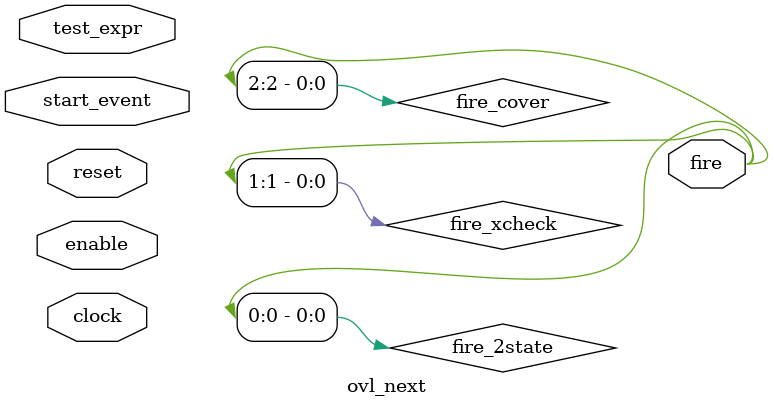
<source format=v>


























// specifying interface for System Verilog








// Selecting global reset or local reset for the checker reset signal






// active edges





// default edge_type (ovl_always_on_edge)







// severity levels





// default severity level






// coverage levels (note that 3 would set both SANITY & BASIC)







// default coverage level






// property type






// fire bit positions (first two also used for xcheck input to error_t)




// auto_bin_max for covergroups, default value is set as per LRM recommendation



// default property type






// default message






// necessary condition




// default necessary_condition (ovl_cycle_sequence)






// action on new start




// default action_on_new_start (e.g. ovl_change)






// inactive levels




// default inactive (ovl_one_cold)






// new interface (ovl 2)



























// ovl runtime after fatal error






// Covergroup define







// Ensure x-checking logic disabled if ASSERTs are off







module ovl_next (clock, reset, enable, start_event, test_expr, fire);

  parameter severity_level      = 1;
  parameter num_cks             = 1;
  parameter check_overlapping   = 1;
  parameter check_missing_start = 0;
  parameter property_type       = 0;
  parameter msg                 = "VIOLATION";
  parameter coverage_level      = 2;

  parameter clock_edge          = 1;
  parameter reset_polarity      = 0;
  parameter gating_type         = 1;

  input                          clock, reset, enable;
  input                          start_event, test_expr;
  output [3-1:0]   fire;

  // Parameters that should not be edited
  parameter assert_name = "OVL_NEXT";









  // Sanity Checks
  initial begin
    if (num_cks <= 0) begin
      ovl_error_t(0,"Illegal value for parameter num_cks which must be set to value greater than 0");
    end
    if ((num_cks == 1) && (check_overlapping == 0)) begin
      ovl_error_t(0,"check_overlapping=0 is ignored when num_cks=1, recommend changing check_overlapping to 1 (identical behaviour)");
    end
  end














  assign fire = {fire_cover, fire_xcheck, fire_2state};
  endmodule // ovl_next

</source>
